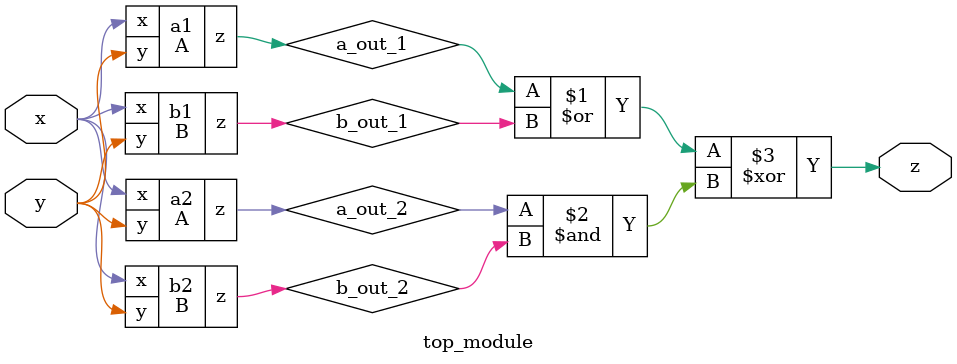
<source format=sv>
module A(
	input x,
	input y,
	output z);

	assign z = (x^y) & x;

endmodule
module B(
	input x,
	input y,
	output z);

	reg z;

	always @(*) begin
		case({x,y})
			2'b00 : z = 1;
			2'b01, 2'b10, 2'b11 : z = 0;
		endcase
	end

endmodule
module top_module(
	input x,
	input y,
	output z);

	wire a_out_1, a_out_2, b_out_1, b_out_2;

	A a1(.x(x), .y(y), .z(a_out_1));
	B b1(.x(x), .y(y), .z(b_out_1));

	A a2(.x(x), .y(y), .z(a_out_2));
	B b2(.x(x), .y(y), .z(b_out_2));

	assign z = (a_out_1 | b_out_1) ^ (a_out_2 & b_out_2);

endmodule

</source>
